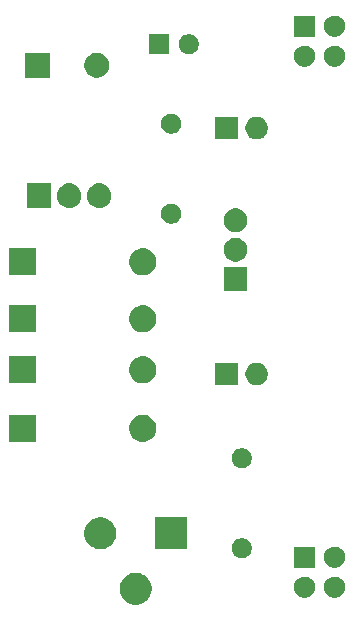
<source format=gts>
G04 #@! TF.GenerationSoftware,KiCad,Pcbnew,(5.1.5-0-10_14)*
G04 #@! TF.CreationDate,2020-01-08T22:19:55-03:00*
G04 #@! TF.ProjectId,breaboard_power_supply,62726561-626f-4617-9264-5f706f776572,1*
G04 #@! TF.SameCoordinates,Original*
G04 #@! TF.FileFunction,Soldermask,Top*
G04 #@! TF.FilePolarity,Negative*
%FSLAX46Y46*%
G04 Gerber Fmt 4.6, Leading zero omitted, Abs format (unit mm)*
G04 Created by KiCad (PCBNEW (5.1.5-0-10_14)) date 2020-01-08 22:19:55*
%MOMM*%
%LPD*%
G04 APERTURE LIST*
%ADD10C,0.100000*%
G04 APERTURE END LIST*
D10*
G36*
X114615072Y-137893918D02*
G01*
X114860939Y-137995759D01*
X114972328Y-138070187D01*
X115082211Y-138143609D01*
X115270391Y-138331789D01*
X115418242Y-138553063D01*
X115520082Y-138798928D01*
X115572000Y-139059937D01*
X115572000Y-139326063D01*
X115520082Y-139587072D01*
X115446444Y-139764852D01*
X115418241Y-139832939D01*
X115270390Y-140054212D01*
X115082212Y-140242390D01*
X114860939Y-140390241D01*
X114860938Y-140390242D01*
X114860937Y-140390242D01*
X114615072Y-140492082D01*
X114354063Y-140544000D01*
X114087937Y-140544000D01*
X113826928Y-140492082D01*
X113581063Y-140390242D01*
X113581062Y-140390242D01*
X113581061Y-140390241D01*
X113359788Y-140242390D01*
X113171610Y-140054212D01*
X113023759Y-139832939D01*
X112995557Y-139764852D01*
X112921918Y-139587072D01*
X112870000Y-139326063D01*
X112870000Y-139059937D01*
X112921918Y-138798928D01*
X113023758Y-138553063D01*
X113171609Y-138331789D01*
X113359789Y-138143609D01*
X113469672Y-138070187D01*
X113581061Y-137995759D01*
X113826928Y-137893918D01*
X114087937Y-137842000D01*
X114354063Y-137842000D01*
X114615072Y-137893918D01*
G37*
G36*
X131177512Y-138168927D02*
G01*
X131326812Y-138198624D01*
X131490784Y-138266544D01*
X131638354Y-138365147D01*
X131763853Y-138490646D01*
X131862456Y-138638216D01*
X131930376Y-138802188D01*
X131965000Y-138976259D01*
X131965000Y-139153741D01*
X131930376Y-139327812D01*
X131862456Y-139491784D01*
X131763853Y-139639354D01*
X131638354Y-139764853D01*
X131490784Y-139863456D01*
X131326812Y-139931376D01*
X131177512Y-139961073D01*
X131152742Y-139966000D01*
X130975258Y-139966000D01*
X130950488Y-139961073D01*
X130801188Y-139931376D01*
X130637216Y-139863456D01*
X130489646Y-139764853D01*
X130364147Y-139639354D01*
X130265544Y-139491784D01*
X130197624Y-139327812D01*
X130163000Y-139153741D01*
X130163000Y-138976259D01*
X130197624Y-138802188D01*
X130265544Y-138638216D01*
X130364147Y-138490646D01*
X130489646Y-138365147D01*
X130637216Y-138266544D01*
X130801188Y-138198624D01*
X130950488Y-138168927D01*
X130975258Y-138164000D01*
X131152742Y-138164000D01*
X131177512Y-138168927D01*
G37*
G36*
X128637512Y-138168927D02*
G01*
X128786812Y-138198624D01*
X128950784Y-138266544D01*
X129098354Y-138365147D01*
X129223853Y-138490646D01*
X129322456Y-138638216D01*
X129390376Y-138802188D01*
X129425000Y-138976259D01*
X129425000Y-139153741D01*
X129390376Y-139327812D01*
X129322456Y-139491784D01*
X129223853Y-139639354D01*
X129098354Y-139764853D01*
X128950784Y-139863456D01*
X128786812Y-139931376D01*
X128637512Y-139961073D01*
X128612742Y-139966000D01*
X128435258Y-139966000D01*
X128410488Y-139961073D01*
X128261188Y-139931376D01*
X128097216Y-139863456D01*
X127949646Y-139764853D01*
X127824147Y-139639354D01*
X127725544Y-139491784D01*
X127657624Y-139327812D01*
X127623000Y-139153741D01*
X127623000Y-138976259D01*
X127657624Y-138802188D01*
X127725544Y-138638216D01*
X127824147Y-138490646D01*
X127949646Y-138365147D01*
X128097216Y-138266544D01*
X128261188Y-138198624D01*
X128410488Y-138168927D01*
X128435258Y-138164000D01*
X128612742Y-138164000D01*
X128637512Y-138168927D01*
G37*
G36*
X131177512Y-135628927D02*
G01*
X131326812Y-135658624D01*
X131490784Y-135726544D01*
X131638354Y-135825147D01*
X131763853Y-135950646D01*
X131862456Y-136098216D01*
X131930376Y-136262188D01*
X131960073Y-136411488D01*
X131965000Y-136436258D01*
X131965000Y-136613742D01*
X131960073Y-136638512D01*
X131930376Y-136787812D01*
X131862456Y-136951784D01*
X131763853Y-137099354D01*
X131638354Y-137224853D01*
X131490784Y-137323456D01*
X131326812Y-137391376D01*
X131177512Y-137421073D01*
X131152742Y-137426000D01*
X130975258Y-137426000D01*
X130950488Y-137421073D01*
X130801188Y-137391376D01*
X130637216Y-137323456D01*
X130489646Y-137224853D01*
X130364147Y-137099354D01*
X130265544Y-136951784D01*
X130197624Y-136787812D01*
X130167927Y-136638512D01*
X130163000Y-136613742D01*
X130163000Y-136436258D01*
X130167927Y-136411488D01*
X130197624Y-136262188D01*
X130265544Y-136098216D01*
X130364147Y-135950646D01*
X130489646Y-135825147D01*
X130637216Y-135726544D01*
X130801188Y-135658624D01*
X130950488Y-135628927D01*
X130975258Y-135624000D01*
X131152742Y-135624000D01*
X131177512Y-135628927D01*
G37*
G36*
X129425000Y-137426000D02*
G01*
X127623000Y-137426000D01*
X127623000Y-135624000D01*
X129425000Y-135624000D01*
X129425000Y-137426000D01*
G37*
G36*
X123438228Y-134944703D02*
G01*
X123593100Y-135008853D01*
X123732481Y-135101985D01*
X123851015Y-135220519D01*
X123944147Y-135359900D01*
X124008297Y-135514772D01*
X124041000Y-135679184D01*
X124041000Y-135846816D01*
X124008297Y-136011228D01*
X123944147Y-136166100D01*
X123851015Y-136305481D01*
X123732481Y-136424015D01*
X123593100Y-136517147D01*
X123438228Y-136581297D01*
X123273816Y-136614000D01*
X123106184Y-136614000D01*
X122941772Y-136581297D01*
X122786900Y-136517147D01*
X122647519Y-136424015D01*
X122528985Y-136305481D01*
X122435853Y-136166100D01*
X122371703Y-136011228D01*
X122339000Y-135846816D01*
X122339000Y-135679184D01*
X122371703Y-135514772D01*
X122435853Y-135359900D01*
X122528985Y-135220519D01*
X122647519Y-135101985D01*
X122786900Y-135008853D01*
X122941772Y-134944703D01*
X123106184Y-134912000D01*
X123273816Y-134912000D01*
X123438228Y-134944703D01*
G37*
G36*
X118572000Y-135844000D02*
G01*
X115870000Y-135844000D01*
X115870000Y-133142000D01*
X118572000Y-133142000D01*
X118572000Y-135844000D01*
G37*
G36*
X111615072Y-133193918D02*
G01*
X111860939Y-133295759D01*
X112082212Y-133443610D01*
X112270390Y-133631788D01*
X112418241Y-133853061D01*
X112520082Y-134098928D01*
X112572000Y-134359938D01*
X112572000Y-134626062D01*
X112520082Y-134887072D01*
X112418241Y-135132939D01*
X112270390Y-135354212D01*
X112082212Y-135542390D01*
X111860939Y-135690241D01*
X111860938Y-135690242D01*
X111860937Y-135690242D01*
X111615072Y-135792082D01*
X111354063Y-135844000D01*
X111087937Y-135844000D01*
X110826928Y-135792082D01*
X110581063Y-135690242D01*
X110581062Y-135690242D01*
X110581061Y-135690241D01*
X110359788Y-135542390D01*
X110171610Y-135354212D01*
X110023759Y-135132939D01*
X109921918Y-134887072D01*
X109870000Y-134626062D01*
X109870000Y-134359938D01*
X109921918Y-134098928D01*
X110023759Y-133853061D01*
X110171610Y-133631788D01*
X110359788Y-133443610D01*
X110581061Y-133295759D01*
X110826928Y-133193918D01*
X111087937Y-133142000D01*
X111354063Y-133142000D01*
X111615072Y-133193918D01*
G37*
G36*
X123438228Y-127324703D02*
G01*
X123593100Y-127388853D01*
X123732481Y-127481985D01*
X123851015Y-127600519D01*
X123944147Y-127739900D01*
X124008297Y-127894772D01*
X124041000Y-128059184D01*
X124041000Y-128226816D01*
X124008297Y-128391228D01*
X123944147Y-128546100D01*
X123851015Y-128685481D01*
X123732481Y-128804015D01*
X123593100Y-128897147D01*
X123438228Y-128961297D01*
X123273816Y-128994000D01*
X123106184Y-128994000D01*
X122941772Y-128961297D01*
X122786900Y-128897147D01*
X122647519Y-128804015D01*
X122528985Y-128685481D01*
X122435853Y-128546100D01*
X122371703Y-128391228D01*
X122339000Y-128226816D01*
X122339000Y-128059184D01*
X122371703Y-127894772D01*
X122435853Y-127739900D01*
X122528985Y-127600519D01*
X122647519Y-127481985D01*
X122786900Y-127388853D01*
X122941772Y-127324703D01*
X123106184Y-127292000D01*
X123273816Y-127292000D01*
X123438228Y-127324703D01*
G37*
G36*
X115032549Y-124474116D02*
G01*
X115143734Y-124496232D01*
X115353203Y-124582997D01*
X115541720Y-124708960D01*
X115702040Y-124869280D01*
X115828003Y-125057797D01*
X115914768Y-125267266D01*
X115959000Y-125489636D01*
X115959000Y-125716364D01*
X115914768Y-125938734D01*
X115828003Y-126148203D01*
X115702040Y-126336720D01*
X115541720Y-126497040D01*
X115353203Y-126623003D01*
X115143734Y-126709768D01*
X115032549Y-126731884D01*
X114921365Y-126754000D01*
X114694635Y-126754000D01*
X114583451Y-126731884D01*
X114472266Y-126709768D01*
X114262797Y-126623003D01*
X114074280Y-126497040D01*
X113913960Y-126336720D01*
X113787997Y-126148203D01*
X113701232Y-125938734D01*
X113657000Y-125716364D01*
X113657000Y-125489636D01*
X113701232Y-125267266D01*
X113787997Y-125057797D01*
X113913960Y-124869280D01*
X114074280Y-124708960D01*
X114262797Y-124582997D01*
X114472266Y-124496232D01*
X114583451Y-124474116D01*
X114694635Y-124452000D01*
X114921365Y-124452000D01*
X115032549Y-124474116D01*
G37*
G36*
X105799000Y-126754000D02*
G01*
X103497000Y-126754000D01*
X103497000Y-124452000D01*
X105799000Y-124452000D01*
X105799000Y-126754000D01*
G37*
G36*
X122871000Y-121982000D02*
G01*
X120969000Y-121982000D01*
X120969000Y-120080000D01*
X122871000Y-120080000D01*
X122871000Y-121982000D01*
G37*
G36*
X124737395Y-120116546D02*
G01*
X124910466Y-120188234D01*
X124910467Y-120188235D01*
X125066227Y-120292310D01*
X125198690Y-120424773D01*
X125198691Y-120424775D01*
X125302766Y-120580534D01*
X125374454Y-120753605D01*
X125411000Y-120937333D01*
X125411000Y-121124667D01*
X125374454Y-121308395D01*
X125302766Y-121481466D01*
X125302765Y-121481467D01*
X125198690Y-121637227D01*
X125066227Y-121769690D01*
X125019368Y-121801000D01*
X124910466Y-121873766D01*
X124737395Y-121945454D01*
X124553667Y-121982000D01*
X124366333Y-121982000D01*
X124182605Y-121945454D01*
X124009534Y-121873766D01*
X123900632Y-121801000D01*
X123853773Y-121769690D01*
X123721310Y-121637227D01*
X123617235Y-121481467D01*
X123617234Y-121481466D01*
X123545546Y-121308395D01*
X123509000Y-121124667D01*
X123509000Y-120937333D01*
X123545546Y-120753605D01*
X123617234Y-120580534D01*
X123721309Y-120424775D01*
X123721310Y-120424773D01*
X123853773Y-120292310D01*
X124009533Y-120188235D01*
X124009534Y-120188234D01*
X124182605Y-120116546D01*
X124366333Y-120080000D01*
X124553667Y-120080000D01*
X124737395Y-120116546D01*
G37*
G36*
X105799000Y-121801000D02*
G01*
X103497000Y-121801000D01*
X103497000Y-119499000D01*
X105799000Y-119499000D01*
X105799000Y-121801000D01*
G37*
G36*
X115032549Y-119521116D02*
G01*
X115143734Y-119543232D01*
X115353203Y-119629997D01*
X115541720Y-119755960D01*
X115702040Y-119916280D01*
X115828003Y-120104797D01*
X115914768Y-120314266D01*
X115959000Y-120536636D01*
X115959000Y-120763364D01*
X115914768Y-120985734D01*
X115828003Y-121195203D01*
X115702040Y-121383720D01*
X115541720Y-121544040D01*
X115353203Y-121670003D01*
X115143734Y-121756768D01*
X115078765Y-121769691D01*
X114921365Y-121801000D01*
X114694635Y-121801000D01*
X114537235Y-121769691D01*
X114472266Y-121756768D01*
X114262797Y-121670003D01*
X114074280Y-121544040D01*
X113913960Y-121383720D01*
X113787997Y-121195203D01*
X113701232Y-120985734D01*
X113657000Y-120763364D01*
X113657000Y-120536636D01*
X113701232Y-120314266D01*
X113787997Y-120104797D01*
X113913960Y-119916280D01*
X114074280Y-119755960D01*
X114262797Y-119629997D01*
X114472266Y-119543232D01*
X114583451Y-119521116D01*
X114694635Y-119499000D01*
X114921365Y-119499000D01*
X115032549Y-119521116D01*
G37*
G36*
X105799000Y-117483000D02*
G01*
X103497000Y-117483000D01*
X103497000Y-115181000D01*
X105799000Y-115181000D01*
X105799000Y-117483000D01*
G37*
G36*
X115032549Y-115203116D02*
G01*
X115143734Y-115225232D01*
X115353203Y-115311997D01*
X115541720Y-115437960D01*
X115702040Y-115598280D01*
X115828003Y-115786797D01*
X115914768Y-115996266D01*
X115959000Y-116218636D01*
X115959000Y-116445364D01*
X115914768Y-116667734D01*
X115828003Y-116877203D01*
X115702040Y-117065720D01*
X115541720Y-117226040D01*
X115353203Y-117352003D01*
X115143734Y-117438768D01*
X115032549Y-117460884D01*
X114921365Y-117483000D01*
X114694635Y-117483000D01*
X114583451Y-117460884D01*
X114472266Y-117438768D01*
X114262797Y-117352003D01*
X114074280Y-117226040D01*
X113913960Y-117065720D01*
X113787997Y-116877203D01*
X113701232Y-116667734D01*
X113657000Y-116445364D01*
X113657000Y-116218636D01*
X113701232Y-115996266D01*
X113787997Y-115786797D01*
X113913960Y-115598280D01*
X114074280Y-115437960D01*
X114262797Y-115311997D01*
X114472266Y-115225232D01*
X114583451Y-115203116D01*
X114694635Y-115181000D01*
X114921365Y-115181000D01*
X115032549Y-115203116D01*
G37*
G36*
X123683000Y-113998000D02*
G01*
X121681000Y-113998000D01*
X121681000Y-111996000D01*
X123683000Y-111996000D01*
X123683000Y-113998000D01*
G37*
G36*
X105799000Y-112657000D02*
G01*
X103497000Y-112657000D01*
X103497000Y-110355000D01*
X105799000Y-110355000D01*
X105799000Y-112657000D01*
G37*
G36*
X115032549Y-110377116D02*
G01*
X115143734Y-110399232D01*
X115353203Y-110485997D01*
X115541720Y-110611960D01*
X115702040Y-110772280D01*
X115828003Y-110960797D01*
X115914768Y-111170266D01*
X115959000Y-111392636D01*
X115959000Y-111619364D01*
X115914768Y-111841734D01*
X115828003Y-112051203D01*
X115702040Y-112239720D01*
X115541720Y-112400040D01*
X115353203Y-112526003D01*
X115143734Y-112612768D01*
X115032549Y-112634884D01*
X114921365Y-112657000D01*
X114694635Y-112657000D01*
X114583451Y-112634884D01*
X114472266Y-112612768D01*
X114262797Y-112526003D01*
X114074280Y-112400040D01*
X113913960Y-112239720D01*
X113787997Y-112051203D01*
X113701232Y-111841734D01*
X113657000Y-111619364D01*
X113657000Y-111392636D01*
X113701232Y-111170266D01*
X113787997Y-110960797D01*
X113913960Y-110772280D01*
X114074280Y-110611960D01*
X114262797Y-110485997D01*
X114472266Y-110399232D01*
X114583451Y-110377116D01*
X114694635Y-110355000D01*
X114921365Y-110355000D01*
X115032549Y-110377116D01*
G37*
G36*
X122973981Y-109534468D02*
G01*
X123156151Y-109609926D01*
X123320100Y-109719473D01*
X123459527Y-109858900D01*
X123569074Y-110022849D01*
X123644532Y-110205019D01*
X123683000Y-110398410D01*
X123683000Y-110595590D01*
X123644532Y-110788981D01*
X123569074Y-110971151D01*
X123459527Y-111135100D01*
X123320100Y-111274527D01*
X123156151Y-111384074D01*
X122973981Y-111459532D01*
X122780591Y-111498000D01*
X122583409Y-111498000D01*
X122390019Y-111459532D01*
X122207849Y-111384074D01*
X122043900Y-111274527D01*
X121904473Y-111135100D01*
X121794926Y-110971151D01*
X121719468Y-110788981D01*
X121681000Y-110595590D01*
X121681000Y-110398410D01*
X121719468Y-110205019D01*
X121794926Y-110022849D01*
X121904473Y-109858900D01*
X122043900Y-109719473D01*
X122207849Y-109609926D01*
X122390019Y-109534468D01*
X122583409Y-109496000D01*
X122780591Y-109496000D01*
X122973981Y-109534468D01*
G37*
G36*
X122973981Y-107034468D02*
G01*
X123156151Y-107109926D01*
X123320100Y-107219473D01*
X123459527Y-107358900D01*
X123569074Y-107522849D01*
X123644532Y-107705019D01*
X123683000Y-107898410D01*
X123683000Y-108095590D01*
X123644532Y-108288981D01*
X123569074Y-108471151D01*
X123459527Y-108635100D01*
X123320100Y-108774527D01*
X123156151Y-108884074D01*
X122973981Y-108959532D01*
X122877285Y-108978766D01*
X122780591Y-108998000D01*
X122583409Y-108998000D01*
X122486715Y-108978766D01*
X122390019Y-108959532D01*
X122207849Y-108884074D01*
X122043900Y-108774527D01*
X121904473Y-108635100D01*
X121794926Y-108471151D01*
X121719468Y-108288981D01*
X121681000Y-108095590D01*
X121681000Y-107898410D01*
X121719468Y-107705019D01*
X121794926Y-107522849D01*
X121904473Y-107358900D01*
X122043900Y-107219473D01*
X122207849Y-107109926D01*
X122390019Y-107034468D01*
X122583409Y-106996000D01*
X122780591Y-106996000D01*
X122973981Y-107034468D01*
G37*
G36*
X117469228Y-106623703D02*
G01*
X117624100Y-106687853D01*
X117763481Y-106780985D01*
X117882015Y-106899519D01*
X117975147Y-107038900D01*
X118039297Y-107193772D01*
X118072000Y-107358184D01*
X118072000Y-107525816D01*
X118039297Y-107690228D01*
X117975147Y-107845100D01*
X117882015Y-107984481D01*
X117763481Y-108103015D01*
X117624100Y-108196147D01*
X117469228Y-108260297D01*
X117304816Y-108293000D01*
X117137184Y-108293000D01*
X116972772Y-108260297D01*
X116817900Y-108196147D01*
X116678519Y-108103015D01*
X116559985Y-107984481D01*
X116466853Y-107845100D01*
X116402703Y-107690228D01*
X116370000Y-107525816D01*
X116370000Y-107358184D01*
X116402703Y-107193772D01*
X116466853Y-107038900D01*
X116559985Y-106899519D01*
X116678519Y-106780985D01*
X116817900Y-106687853D01*
X116972772Y-106623703D01*
X117137184Y-106591000D01*
X117304816Y-106591000D01*
X117469228Y-106623703D01*
G37*
G36*
X111321719Y-104881520D02*
G01*
X111510880Y-104938901D01*
X111510883Y-104938902D01*
X111603333Y-104988318D01*
X111685212Y-105032083D01*
X111838015Y-105157485D01*
X111963417Y-105310288D01*
X112056599Y-105484619D01*
X112113980Y-105673780D01*
X112128500Y-105821206D01*
X112128500Y-106014793D01*
X112113980Y-106162219D01*
X112056599Y-106351380D01*
X112056598Y-106351383D01*
X112007182Y-106443833D01*
X111963417Y-106525712D01*
X111838015Y-106678515D01*
X111685212Y-106803917D01*
X111510881Y-106897099D01*
X111321720Y-106954480D01*
X111125000Y-106973855D01*
X110928281Y-106954480D01*
X110739120Y-106897099D01*
X110564788Y-106803917D01*
X110411985Y-106678515D01*
X110286583Y-106525712D01*
X110193401Y-106351381D01*
X110136020Y-106162220D01*
X110121500Y-106014794D01*
X110121500Y-105821207D01*
X110136020Y-105673781D01*
X110193401Y-105484620D01*
X110193402Y-105484617D01*
X110242818Y-105392167D01*
X110286583Y-105310288D01*
X110411985Y-105157485D01*
X110564788Y-105032083D01*
X110739119Y-104938901D01*
X110928280Y-104881520D01*
X111125000Y-104862145D01*
X111321719Y-104881520D01*
G37*
G36*
X108781719Y-104881520D02*
G01*
X108970880Y-104938901D01*
X108970883Y-104938902D01*
X109063333Y-104988318D01*
X109145212Y-105032083D01*
X109298015Y-105157485D01*
X109423417Y-105310288D01*
X109516599Y-105484619D01*
X109573980Y-105673780D01*
X109588500Y-105821206D01*
X109588500Y-106014793D01*
X109573980Y-106162219D01*
X109516599Y-106351380D01*
X109516598Y-106351383D01*
X109467182Y-106443833D01*
X109423417Y-106525712D01*
X109298015Y-106678515D01*
X109145212Y-106803917D01*
X108970881Y-106897099D01*
X108781720Y-106954480D01*
X108585000Y-106973855D01*
X108388281Y-106954480D01*
X108199120Y-106897099D01*
X108024788Y-106803917D01*
X107871985Y-106678515D01*
X107746583Y-106525712D01*
X107653401Y-106351381D01*
X107596020Y-106162220D01*
X107581500Y-106014794D01*
X107581500Y-105821207D01*
X107596020Y-105673781D01*
X107653401Y-105484620D01*
X107653402Y-105484617D01*
X107702818Y-105392167D01*
X107746583Y-105310288D01*
X107871985Y-105157485D01*
X108024788Y-105032083D01*
X108199119Y-104938901D01*
X108388280Y-104881520D01*
X108585000Y-104862145D01*
X108781719Y-104881520D01*
G37*
G36*
X107048500Y-106969000D02*
G01*
X105041500Y-106969000D01*
X105041500Y-104867000D01*
X107048500Y-104867000D01*
X107048500Y-106969000D01*
G37*
G36*
X122871000Y-101154000D02*
G01*
X120969000Y-101154000D01*
X120969000Y-99252000D01*
X122871000Y-99252000D01*
X122871000Y-101154000D01*
G37*
G36*
X124737395Y-99288546D02*
G01*
X124910466Y-99360234D01*
X124910467Y-99360235D01*
X125066227Y-99464310D01*
X125198690Y-99596773D01*
X125198691Y-99596775D01*
X125302766Y-99752534D01*
X125374454Y-99925605D01*
X125411000Y-100109333D01*
X125411000Y-100296667D01*
X125374454Y-100480395D01*
X125302766Y-100653466D01*
X125302765Y-100653467D01*
X125198690Y-100809227D01*
X125066227Y-100941690D01*
X124987818Y-100994081D01*
X124910466Y-101045766D01*
X124737395Y-101117454D01*
X124553667Y-101154000D01*
X124366333Y-101154000D01*
X124182605Y-101117454D01*
X124009534Y-101045766D01*
X123932182Y-100994081D01*
X123853773Y-100941690D01*
X123721310Y-100809227D01*
X123617235Y-100653467D01*
X123617234Y-100653466D01*
X123545546Y-100480395D01*
X123509000Y-100296667D01*
X123509000Y-100109333D01*
X123545546Y-99925605D01*
X123617234Y-99752534D01*
X123721309Y-99596775D01*
X123721310Y-99596773D01*
X123853773Y-99464310D01*
X124009533Y-99360235D01*
X124009534Y-99360234D01*
X124182605Y-99288546D01*
X124366333Y-99252000D01*
X124553667Y-99252000D01*
X124737395Y-99288546D01*
G37*
G36*
X117469228Y-99003703D02*
G01*
X117624100Y-99067853D01*
X117763481Y-99160985D01*
X117882015Y-99279519D01*
X117975147Y-99418900D01*
X118039297Y-99573772D01*
X118072000Y-99738184D01*
X118072000Y-99905816D01*
X118039297Y-100070228D01*
X117975147Y-100225100D01*
X117882015Y-100364481D01*
X117763481Y-100483015D01*
X117624100Y-100576147D01*
X117469228Y-100640297D01*
X117304816Y-100673000D01*
X117137184Y-100673000D01*
X116972772Y-100640297D01*
X116817900Y-100576147D01*
X116678519Y-100483015D01*
X116559985Y-100364481D01*
X116466853Y-100225100D01*
X116402703Y-100070228D01*
X116370000Y-99905816D01*
X116370000Y-99738184D01*
X116402703Y-99573772D01*
X116466853Y-99418900D01*
X116559985Y-99279519D01*
X116678519Y-99160985D01*
X116817900Y-99067853D01*
X116972772Y-99003703D01*
X117137184Y-98971000D01*
X117304816Y-98971000D01*
X117469228Y-99003703D01*
G37*
G36*
X111224564Y-93858389D02*
G01*
X111415833Y-93937615D01*
X111415835Y-93937616D01*
X111422396Y-93942000D01*
X111587973Y-94052635D01*
X111734365Y-94199027D01*
X111849385Y-94371167D01*
X111928611Y-94562436D01*
X111969000Y-94765484D01*
X111969000Y-94972516D01*
X111928611Y-95175564D01*
X111849385Y-95366833D01*
X111849384Y-95366835D01*
X111734365Y-95538973D01*
X111587973Y-95685365D01*
X111415835Y-95800384D01*
X111415834Y-95800385D01*
X111415833Y-95800385D01*
X111224564Y-95879611D01*
X111021516Y-95920000D01*
X110814484Y-95920000D01*
X110611436Y-95879611D01*
X110420167Y-95800385D01*
X110420166Y-95800385D01*
X110420165Y-95800384D01*
X110248027Y-95685365D01*
X110101635Y-95538973D01*
X109986616Y-95366835D01*
X109986615Y-95366833D01*
X109907389Y-95175564D01*
X109867000Y-94972516D01*
X109867000Y-94765484D01*
X109907389Y-94562436D01*
X109986615Y-94371167D01*
X110101635Y-94199027D01*
X110248027Y-94052635D01*
X110413604Y-93942000D01*
X110420165Y-93937616D01*
X110420167Y-93937615D01*
X110611436Y-93858389D01*
X110814484Y-93818000D01*
X111021516Y-93818000D01*
X111224564Y-93858389D01*
G37*
G36*
X106969000Y-95920000D02*
G01*
X104867000Y-95920000D01*
X104867000Y-93818000D01*
X106969000Y-93818000D01*
X106969000Y-95920000D01*
G37*
G36*
X128637512Y-93210927D02*
G01*
X128786812Y-93240624D01*
X128950784Y-93308544D01*
X129098354Y-93407147D01*
X129223853Y-93532646D01*
X129322456Y-93680216D01*
X129390376Y-93844188D01*
X129420073Y-93993488D01*
X129425000Y-94018258D01*
X129425000Y-94195742D01*
X129420073Y-94220512D01*
X129390376Y-94369812D01*
X129322456Y-94533784D01*
X129223853Y-94681354D01*
X129098354Y-94806853D01*
X128950784Y-94905456D01*
X128786812Y-94973376D01*
X128637512Y-95003073D01*
X128612742Y-95008000D01*
X128435258Y-95008000D01*
X128410488Y-95003073D01*
X128261188Y-94973376D01*
X128097216Y-94905456D01*
X127949646Y-94806853D01*
X127824147Y-94681354D01*
X127725544Y-94533784D01*
X127657624Y-94369812D01*
X127627927Y-94220512D01*
X127623000Y-94195742D01*
X127623000Y-94018258D01*
X127627927Y-93993488D01*
X127657624Y-93844188D01*
X127725544Y-93680216D01*
X127824147Y-93532646D01*
X127949646Y-93407147D01*
X128097216Y-93308544D01*
X128261188Y-93240624D01*
X128410488Y-93210927D01*
X128435258Y-93206000D01*
X128612742Y-93206000D01*
X128637512Y-93210927D01*
G37*
G36*
X131177512Y-93210927D02*
G01*
X131326812Y-93240624D01*
X131490784Y-93308544D01*
X131638354Y-93407147D01*
X131763853Y-93532646D01*
X131862456Y-93680216D01*
X131930376Y-93844188D01*
X131960073Y-93993488D01*
X131965000Y-94018258D01*
X131965000Y-94195742D01*
X131960073Y-94220512D01*
X131930376Y-94369812D01*
X131862456Y-94533784D01*
X131763853Y-94681354D01*
X131638354Y-94806853D01*
X131490784Y-94905456D01*
X131326812Y-94973376D01*
X131177512Y-95003073D01*
X131152742Y-95008000D01*
X130975258Y-95008000D01*
X130950488Y-95003073D01*
X130801188Y-94973376D01*
X130637216Y-94905456D01*
X130489646Y-94806853D01*
X130364147Y-94681354D01*
X130265544Y-94533784D01*
X130197624Y-94369812D01*
X130167927Y-94220512D01*
X130163000Y-94195742D01*
X130163000Y-94018258D01*
X130167927Y-93993488D01*
X130197624Y-93844188D01*
X130265544Y-93680216D01*
X130364147Y-93532646D01*
X130489646Y-93407147D01*
X130637216Y-93308544D01*
X130801188Y-93240624D01*
X130950488Y-93210927D01*
X130975258Y-93206000D01*
X131152742Y-93206000D01*
X131177512Y-93210927D01*
G37*
G36*
X117056000Y-93942000D02*
G01*
X115354000Y-93942000D01*
X115354000Y-92240000D01*
X117056000Y-92240000D01*
X117056000Y-93942000D01*
G37*
G36*
X118953228Y-92272703D02*
G01*
X119108100Y-92336853D01*
X119247481Y-92429985D01*
X119366015Y-92548519D01*
X119459147Y-92687900D01*
X119523297Y-92842772D01*
X119556000Y-93007184D01*
X119556000Y-93174816D01*
X119523297Y-93339228D01*
X119459147Y-93494100D01*
X119366015Y-93633481D01*
X119247481Y-93752015D01*
X119108100Y-93845147D01*
X118953228Y-93909297D01*
X118788816Y-93942000D01*
X118621184Y-93942000D01*
X118456772Y-93909297D01*
X118301900Y-93845147D01*
X118162519Y-93752015D01*
X118043985Y-93633481D01*
X117950853Y-93494100D01*
X117886703Y-93339228D01*
X117854000Y-93174816D01*
X117854000Y-93007184D01*
X117886703Y-92842772D01*
X117950853Y-92687900D01*
X118043985Y-92548519D01*
X118162519Y-92429985D01*
X118301900Y-92336853D01*
X118456772Y-92272703D01*
X118621184Y-92240000D01*
X118788816Y-92240000D01*
X118953228Y-92272703D01*
G37*
G36*
X129425000Y-92468000D02*
G01*
X127623000Y-92468000D01*
X127623000Y-90666000D01*
X129425000Y-90666000D01*
X129425000Y-92468000D01*
G37*
G36*
X131177512Y-90670927D02*
G01*
X131326812Y-90700624D01*
X131490784Y-90768544D01*
X131638354Y-90867147D01*
X131763853Y-90992646D01*
X131862456Y-91140216D01*
X131930376Y-91304188D01*
X131965000Y-91478259D01*
X131965000Y-91655741D01*
X131930376Y-91829812D01*
X131862456Y-91993784D01*
X131763853Y-92141354D01*
X131638354Y-92266853D01*
X131490784Y-92365456D01*
X131326812Y-92433376D01*
X131177512Y-92463073D01*
X131152742Y-92468000D01*
X130975258Y-92468000D01*
X130950488Y-92463073D01*
X130801188Y-92433376D01*
X130637216Y-92365456D01*
X130489646Y-92266853D01*
X130364147Y-92141354D01*
X130265544Y-91993784D01*
X130197624Y-91829812D01*
X130163000Y-91655741D01*
X130163000Y-91478259D01*
X130197624Y-91304188D01*
X130265544Y-91140216D01*
X130364147Y-90992646D01*
X130489646Y-90867147D01*
X130637216Y-90768544D01*
X130801188Y-90700624D01*
X130950488Y-90670927D01*
X130975258Y-90666000D01*
X131152742Y-90666000D01*
X131177512Y-90670927D01*
G37*
M02*

</source>
